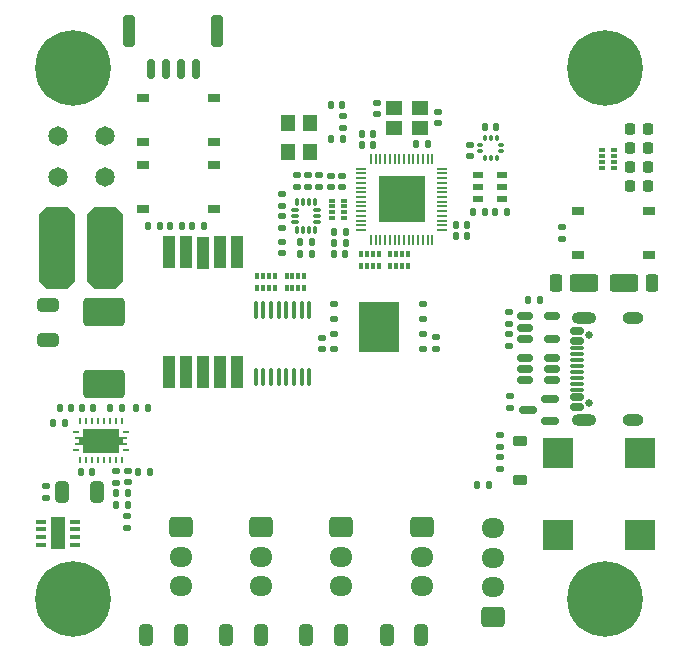
<source format=gbr>
%TF.GenerationSoftware,KiCad,Pcbnew,8.0.9-8.0.9-0~ubuntu24.04.1*%
%TF.CreationDate,2025-04-13T18:50:21+05:00*%
%TF.ProjectId,ThetaAnomalain,54686574-6141-46e6-9f6d-616c61696e2e,rev?*%
%TF.SameCoordinates,Original*%
%TF.FileFunction,Soldermask,Top*%
%TF.FilePolarity,Negative*%
%FSLAX46Y46*%
G04 Gerber Fmt 4.6, Leading zero omitted, Abs format (unit mm)*
G04 Created by KiCad (PCBNEW 8.0.9-8.0.9-0~ubuntu24.04.1) date 2025-04-13 18:50:21*
%MOMM*%
%LPD*%
G01*
G04 APERTURE LIST*
G04 Aperture macros list*
%AMRoundRect*
0 Rectangle with rounded corners*
0 $1 Rounding radius*
0 $2 $3 $4 $5 $6 $7 $8 $9 X,Y pos of 4 corners*
0 Add a 4 corners polygon primitive as box body*
4,1,4,$2,$3,$4,$5,$6,$7,$8,$9,$2,$3,0*
0 Add four circle primitives for the rounded corners*
1,1,$1+$1,$2,$3*
1,1,$1+$1,$4,$5*
1,1,$1+$1,$6,$7*
1,1,$1+$1,$8,$9*
0 Add four rect primitives between the rounded corners*
20,1,$1+$1,$2,$3,$4,$5,0*
20,1,$1+$1,$4,$5,$6,$7,0*
20,1,$1+$1,$6,$7,$8,$9,0*
20,1,$1+$1,$8,$9,$2,$3,0*%
%AMOutline5P*
0 Free polygon, 5 corners , with rotation*
0 The origin of the aperture is its center*
0 number of corners: always 5*
0 $1 to $10 corner X, Y*
0 $11 Rotation angle, in degrees counterclockwise*
0 create outline with 5 corners*
4,1,5,$1,$2,$3,$4,$5,$6,$7,$8,$9,$10,$1,$2,$11*%
%AMOutline6P*
0 Free polygon, 6 corners , with rotation*
0 The origin of the aperture is its center*
0 number of corners: always 6*
0 $1 to $12 corner X, Y*
0 $13 Rotation angle, in degrees counterclockwise*
0 create outline with 6 corners*
4,1,6,$1,$2,$3,$4,$5,$6,$7,$8,$9,$10,$11,$12,$1,$2,$13*%
%AMOutline7P*
0 Free polygon, 7 corners , with rotation*
0 The origin of the aperture is its center*
0 number of corners: always 7*
0 $1 to $14 corner X, Y*
0 $15 Rotation angle, in degrees counterclockwise*
0 create outline with 7 corners*
4,1,7,$1,$2,$3,$4,$5,$6,$7,$8,$9,$10,$11,$12,$13,$14,$1,$2,$15*%
%AMOutline8P*
0 Free polygon, 8 corners , with rotation*
0 The origin of the aperture is its center*
0 number of corners: always 8*
0 $1 to $16 corner X, Y*
0 $17 Rotation angle, in degrees counterclockwise*
0 create outline with 8 corners*
4,1,8,$1,$2,$3,$4,$5,$6,$7,$8,$9,$10,$11,$12,$13,$14,$15,$16,$1,$2,$17*%
G04 Aperture macros list end*
%ADD10RoundRect,0.218750X0.218750X0.256250X-0.218750X0.256250X-0.218750X-0.256250X0.218750X-0.256250X0*%
%ADD11RoundRect,0.135000X-0.185000X0.135000X-0.185000X-0.135000X0.185000X-0.135000X0.185000X0.135000X0*%
%ADD12O,0.599999X0.240000*%
%ADD13O,0.240000X0.599999*%
%ADD14R,0.725068X0.229918*%
%ADD15R,0.724920X0.229997*%
%ADD16R,0.399999X0.319994*%
%ADD17R,0.399998X0.319995*%
%ADD18R,3.050006X2.049998*%
%ADD19R,0.725070X0.230003*%
%ADD20R,0.724922X0.230003*%
%ADD21RoundRect,0.135000X0.185000X-0.135000X0.185000X0.135000X-0.185000X0.135000X-0.185000X-0.135000X0*%
%ADD22RoundRect,0.250000X-0.725000X0.600000X-0.725000X-0.600000X0.725000X-0.600000X0.725000X0.600000X0*%
%ADD23O,1.950000X1.700000*%
%ADD24RoundRect,0.250000X-0.325000X-0.650000X0.325000X-0.650000X0.325000X0.650000X-0.325000X0.650000X0*%
%ADD25R,1.000000X0.750000*%
%ADD26RoundRect,0.225000X-0.375000X0.225000X-0.375000X-0.225000X0.375000X-0.225000X0.375000X0.225000X0*%
%ADD27RoundRect,0.135000X-0.135000X-0.185000X0.135000X-0.185000X0.135000X0.185000X-0.135000X0.185000X0*%
%ADD28C,0.800000*%
%ADD29C,6.400000*%
%ADD30RoundRect,0.135000X0.135000X0.185000X-0.135000X0.185000X-0.135000X-0.185000X0.135000X-0.185000X0*%
%ADD31RoundRect,0.100000X-0.100000X0.637500X-0.100000X-0.637500X0.100000X-0.637500X0.100000X0.637500X0*%
%ADD32RoundRect,0.150000X0.587500X0.150000X-0.587500X0.150000X-0.587500X-0.150000X0.587500X-0.150000X0*%
%ADD33RoundRect,0.140000X0.140000X0.170000X-0.140000X0.170000X-0.140000X-0.170000X0.140000X-0.170000X0*%
%ADD34RoundRect,0.250000X-1.500000X0.925000X-1.500000X-0.925000X1.500000X-0.925000X1.500000X0.925000X0*%
%ADD35RoundRect,0.147500X0.172500X-0.147500X0.172500X0.147500X-0.172500X0.147500X-0.172500X-0.147500X0*%
%ADD36RoundRect,0.140000X0.170000X-0.140000X0.170000X0.140000X-0.170000X0.140000X-0.170000X-0.140000X0*%
%ADD37RoundRect,0.140000X-0.170000X0.140000X-0.170000X-0.140000X0.170000X-0.140000X0.170000X0.140000X0*%
%ADD38RoundRect,0.140000X-0.140000X-0.170000X0.140000X-0.170000X0.140000X0.170000X-0.140000X0.170000X0*%
%ADD39RoundRect,0.250000X0.725000X-0.600000X0.725000X0.600000X-0.725000X0.600000X-0.725000X-0.600000X0*%
%ADD40R,1.200000X1.400000*%
%ADD41R,1.000000X2.800000*%
%ADD42C,1.649242*%
%ADD43Outline8P,-3.500000X0.900000X-2.900000X1.500000X2.900000X1.500000X3.500000X0.900000X3.500000X-0.900000X2.900000X-1.500000X-2.900000X-1.500000X-3.500000X-0.900000X90.000000*%
%ADD44R,0.400000X0.500000*%
%ADD45R,0.300000X0.500000*%
%ADD46RoundRect,0.000000X-0.400000X-0.250000X0.400000X-0.250000X0.400000X0.250000X-0.400000X0.250000X0*%
%ADD47RoundRect,0.250000X0.650000X-0.325000X0.650000X0.325000X-0.650000X0.325000X-0.650000X-0.325000X0*%
%ADD48R,0.500000X0.400000*%
%ADD49R,0.500000X0.300000*%
%ADD50R,2.500000X2.500000*%
%ADD51RoundRect,0.087500X-0.087500X0.225000X-0.087500X-0.225000X0.087500X-0.225000X0.087500X0.225000X0*%
%ADD52RoundRect,0.087500X-0.225000X0.087500X-0.225000X-0.087500X0.225000X-0.087500X0.225000X0.087500X0*%
%ADD53RoundRect,0.150000X0.150000X0.700000X-0.150000X0.700000X-0.150000X-0.700000X0.150000X-0.700000X0*%
%ADD54RoundRect,0.250000X0.250000X1.100000X-0.250000X1.100000X-0.250000X-1.100000X0.250000X-1.100000X0*%
%ADD55RoundRect,0.150000X-0.512500X-0.150000X0.512500X-0.150000X0.512500X0.150000X-0.512500X0.150000X0*%
%ADD56R,1.400000X1.200000*%
%ADD57R,1.250000X2.700000*%
%ADD58RoundRect,0.075000X-0.362500X-0.075000X0.362500X-0.075000X0.362500X0.075000X-0.362500X0.075000X0*%
%ADD59RoundRect,0.150000X0.512500X0.150000X-0.512500X0.150000X-0.512500X-0.150000X0.512500X-0.150000X0*%
%ADD60RoundRect,0.050000X-0.350000X-0.050000X0.350000X-0.050000X0.350000X0.050000X-0.350000X0.050000X0*%
%ADD61RoundRect,0.050000X-0.050000X-0.350000X0.050000X-0.350000X0.050000X0.350000X-0.050000X0.350000X0*%
%ADD62R,4.000000X4.000000*%
%ADD63RoundRect,0.125000X0.200000X0.125000X-0.200000X0.125000X-0.200000X-0.125000X0.200000X-0.125000X0*%
%ADD64R,3.400000X4.300000*%
%ADD65RoundRect,0.250000X-0.950000X-0.500000X0.950000X-0.500000X0.950000X0.500000X-0.950000X0.500000X0*%
%ADD66RoundRect,0.250000X-0.275000X-0.500000X0.275000X-0.500000X0.275000X0.500000X-0.275000X0.500000X0*%
%ADD67RoundRect,0.250000X0.950000X0.500000X-0.950000X0.500000X-0.950000X-0.500000X0.950000X-0.500000X0*%
%ADD68RoundRect,0.250000X0.275000X0.500000X-0.275000X0.500000X-0.275000X-0.500000X0.275000X-0.500000X0*%
%ADD69RoundRect,0.045000X0.205000X-0.105000X0.205000X0.105000X-0.205000X0.105000X-0.205000X-0.105000X0*%
%ADD70RoundRect,0.045000X0.105000X-0.205000X0.105000X0.205000X-0.105000X0.205000X-0.105000X-0.205000X0*%
%ADD71C,0.650000*%
%ADD72RoundRect,0.150000X0.425000X-0.150000X0.425000X0.150000X-0.425000X0.150000X-0.425000X-0.150000X0*%
%ADD73RoundRect,0.075000X0.500000X-0.075000X0.500000X0.075000X-0.500000X0.075000X-0.500000X-0.075000X0*%
%ADD74O,2.100000X1.000000*%
%ADD75O,1.800000X1.000000*%
%ADD76RoundRect,0.250000X0.325000X0.650000X-0.325000X0.650000X-0.325000X-0.650000X0.325000X-0.650000X0*%
G04 APERTURE END LIST*
D10*
%TO.C,D8*%
X126687500Y-89000000D03*
X125112500Y-89000000D03*
%TD*%
D11*
%TO.C,R5*%
X81650000Y-113130080D03*
X81650000Y-114150080D03*
%TD*%
D12*
%TO.C,U2*%
X82500002Y-109850078D03*
D13*
X82099921Y-108949999D03*
X81599922Y-108949999D03*
X81099921Y-108949999D03*
X80599922Y-108949999D03*
X80099923Y-108949999D03*
X79599921Y-108949999D03*
X79099922Y-108949999D03*
X78599921Y-108949999D03*
D12*
X78200000Y-109850078D03*
X78200000Y-111350080D03*
D13*
X78599921Y-112249997D03*
X79099922Y-112249997D03*
X79599921Y-112249997D03*
X80099923Y-112249997D03*
X80599922Y-112249997D03*
X81099921Y-112249997D03*
X81599922Y-112249997D03*
X82099921Y-112249997D03*
D12*
X82500002Y-111350080D03*
D14*
X82237460Y-110325039D03*
D15*
X78462459Y-110325079D03*
D16*
X82074925Y-110600077D03*
D17*
X78624920Y-110600077D03*
D18*
X80349923Y-110600079D03*
D19*
X82237461Y-110875077D03*
D20*
X78462458Y-110875077D03*
%TD*%
D21*
%TO.C,R6*%
X114850000Y-102560000D03*
X114850000Y-101540000D03*
%TD*%
D22*
%TO.C,J4*%
X100700000Y-117900000D03*
D23*
X100700000Y-120400000D03*
X100700000Y-122900000D03*
%TD*%
D24*
%TO.C,C29*%
X90925000Y-127000000D03*
X93875000Y-127000000D03*
%TD*%
D25*
%TO.C,SW3*%
X89900000Y-85275000D03*
X83900000Y-85275000D03*
X89900000Y-81525000D03*
X83900000Y-81525000D03*
%TD*%
D26*
%TO.C,D3*%
X115800000Y-110650000D03*
X115800000Y-113950000D03*
%TD*%
D27*
%TO.C,R7*%
X83490000Y-113250080D03*
X84510000Y-113250080D03*
%TD*%
D28*
%TO.C,H1*%
X120600000Y-79000000D03*
X121302944Y-77302944D03*
X121302944Y-80697056D03*
X123000000Y-76600000D03*
D29*
X123000000Y-79000000D03*
D28*
X123000000Y-81400000D03*
X124697056Y-77302944D03*
X124697056Y-80697056D03*
X125400000Y-79000000D03*
%TD*%
D21*
%TO.C,R9*%
X114100000Y-113010000D03*
X114100000Y-111990000D03*
%TD*%
D30*
%TO.C,R13*%
X113200000Y-114350000D03*
X112180000Y-114350000D03*
%TD*%
D24*
%TO.C,C30*%
X97725000Y-127000000D03*
X100675000Y-127000000D03*
%TD*%
D25*
%TO.C,SW2*%
X89900000Y-90975000D03*
X83900000Y-90975000D03*
X89900000Y-87225000D03*
X83900000Y-87225000D03*
%TD*%
D31*
%TO.C,U9*%
X97975000Y-99475000D03*
X97325000Y-99475000D03*
X96675000Y-99475000D03*
X96025000Y-99475000D03*
X95375000Y-99475000D03*
X94725000Y-99475000D03*
X94075000Y-99475000D03*
X93425000Y-99475000D03*
X93425000Y-105200000D03*
X94075000Y-105200000D03*
X94725000Y-105200000D03*
X95375000Y-105200000D03*
X96025000Y-105200000D03*
X96675000Y-105200000D03*
X97325000Y-105200000D03*
X97975000Y-105200000D03*
%TD*%
D21*
%TO.C,R14*%
X115000000Y-107800000D03*
X115000000Y-106780000D03*
%TD*%
D11*
%TO.C,R8*%
X114100000Y-110090000D03*
X114100000Y-111110000D03*
%TD*%
D32*
%TO.C,Q1*%
X118337500Y-108950000D03*
X118337500Y-107050000D03*
X116462500Y-108000000D03*
%TD*%
D33*
%TO.C,C32*%
X79580000Y-113250080D03*
X78620000Y-113250080D03*
%TD*%
D34*
%TO.C,L2*%
X80600000Y-99725000D03*
X80600000Y-105775000D03*
%TD*%
D35*
%TO.C,L1*%
X99800000Y-89120000D03*
X99800000Y-88150000D03*
%TD*%
D36*
%TO.C,C2*%
X96900000Y-89080000D03*
X96900000Y-88120000D03*
%TD*%
D37*
%TO.C,C5*%
X100750000Y-88150000D03*
X100750000Y-89110000D03*
%TD*%
D38*
%TO.C,C1*%
X78740000Y-107850080D03*
X79700000Y-107850080D03*
%TD*%
D22*
%TO.C,J3*%
X107500000Y-117900000D03*
D23*
X107500000Y-120400000D03*
X107500000Y-122900000D03*
%TD*%
D24*
%TO.C,C26*%
X84125000Y-127000000D03*
X87075000Y-127000000D03*
%TD*%
D38*
%TO.C,C15*%
X107040000Y-85450000D03*
X108000000Y-85450000D03*
%TD*%
D39*
%TO.C,J7*%
X113500000Y-125500000D03*
D23*
X113500000Y-123000000D03*
X113500000Y-120500000D03*
X113500000Y-118000000D03*
%TD*%
D21*
%TO.C,R10*%
X95700000Y-90700000D03*
X95700000Y-89680000D03*
%TD*%
D30*
%TO.C,R12*%
X114750000Y-91200000D03*
X113730000Y-91200000D03*
%TD*%
D40*
%TO.C,Y2*%
X96150000Y-83700000D03*
X96150000Y-86100000D03*
X98050000Y-86100000D03*
X98050000Y-83700000D03*
%TD*%
D38*
%TO.C,C11*%
X102440000Y-85550000D03*
X103400000Y-85550000D03*
%TD*%
D37*
%TO.C,C37*%
X95700000Y-93770000D03*
X95700000Y-94730000D03*
%TD*%
D21*
%TO.C,R20*%
X75700000Y-115460000D03*
X75700000Y-114440000D03*
%TD*%
D41*
%TO.C,U8*%
X86120000Y-104740000D03*
X87560000Y-104730000D03*
X89000000Y-104750000D03*
X90440000Y-104740000D03*
X91880000Y-104740000D03*
X91880000Y-94640000D03*
X90440000Y-94640000D03*
X89000000Y-94650000D03*
X87560000Y-94630000D03*
X86120000Y-94640000D03*
%TD*%
D42*
%TO.C,J8*%
X76700000Y-84750000D03*
X76700000Y-88250000D03*
X80700000Y-84750000D03*
X80700000Y-88250000D03*
D43*
X80650000Y-94250000D03*
X76650000Y-94250000D03*
%TD*%
D21*
%TO.C,R1*%
X82550000Y-117960000D03*
X82550000Y-116940000D03*
%TD*%
D10*
%TO.C,D7*%
X126687500Y-87400000D03*
X125112500Y-87400000D03*
%TD*%
D44*
%TO.C,RN6*%
X104850000Y-95750000D03*
D45*
X105350000Y-95750000D03*
X105850000Y-95750000D03*
D44*
X106350000Y-95750000D03*
X106350000Y-94750000D03*
D45*
X105850000Y-94750000D03*
X105350000Y-94750000D03*
D44*
X104850000Y-94750000D03*
%TD*%
D10*
%TO.C,D5*%
X126687500Y-84200000D03*
X125112500Y-84200000D03*
%TD*%
D38*
%TO.C,C20*%
X76320000Y-109050080D03*
X77280000Y-109050080D03*
%TD*%
D37*
%TO.C,C24*%
X95700000Y-91597500D03*
X95700000Y-92557500D03*
%TD*%
%TO.C,C16*%
X114850000Y-99720000D03*
X114850000Y-100680000D03*
%TD*%
D22*
%TO.C,J6*%
X87100000Y-117900000D03*
D23*
X87100000Y-120400000D03*
X87100000Y-122900000D03*
%TD*%
D46*
%TO.C,U6*%
X112290000Y-88100000D03*
X112290000Y-89100000D03*
X112290000Y-90100000D03*
X114290000Y-90100000D03*
X114290000Y-89100000D03*
X114290000Y-88100000D03*
%TD*%
D47*
%TO.C,C9*%
X75850000Y-102075000D03*
X75850000Y-99125000D03*
%TD*%
D21*
%TO.C,R17*%
X108700000Y-102860000D03*
X108700000Y-101840000D03*
%TD*%
D30*
%TO.C,R15*%
X87210000Y-92400000D03*
X86190000Y-92400000D03*
%TD*%
D33*
%TO.C,C12*%
X117480000Y-98700000D03*
X116520000Y-98700000D03*
%TD*%
D38*
%TO.C,C6*%
X110370000Y-92300000D03*
X111330000Y-92300000D03*
%TD*%
D36*
%TO.C,C34*%
X99050000Y-102830000D03*
X99050000Y-101870000D03*
%TD*%
D28*
%TO.C,H4*%
X120600000Y-124000000D03*
X121302944Y-122302944D03*
X121302944Y-125697056D03*
X123000000Y-121600000D03*
D29*
X123000000Y-124000000D03*
D28*
X123000000Y-126400000D03*
X124697056Y-122302944D03*
X124697056Y-125697056D03*
X125400000Y-124000000D03*
%TD*%
D38*
%TO.C,C7*%
X110370000Y-93250000D03*
X111330000Y-93250000D03*
%TD*%
D48*
%TO.C,RN1*%
X100900000Y-91750000D03*
D49*
X100900000Y-91250000D03*
X100900000Y-90750000D03*
D48*
X100900000Y-90250000D03*
X99900000Y-90250000D03*
D49*
X99900000Y-90750000D03*
X99900000Y-91250000D03*
D48*
X99900000Y-91750000D03*
%TD*%
D27*
%TO.C,R11*%
X111870000Y-91200000D03*
X112890000Y-91200000D03*
%TD*%
D30*
%TO.C,R16*%
X89100000Y-92400000D03*
X88080000Y-92400000D03*
%TD*%
D38*
%TO.C,C10*%
X102440000Y-84600000D03*
X103400000Y-84600000D03*
%TD*%
D50*
%TO.C,BZ1*%
X119000000Y-111600000D03*
X119000000Y-118600000D03*
X126000000Y-118600000D03*
X126000000Y-111600000D03*
%TD*%
D36*
%TO.C,C25*%
X111590000Y-86480000D03*
X111590000Y-85520000D03*
%TD*%
D51*
%TO.C,U5*%
X98450000Y-90387500D03*
X97950000Y-90387500D03*
X97450000Y-90387500D03*
X96950000Y-90387500D03*
D52*
X96787500Y-91050000D03*
X96787500Y-91550000D03*
X96787500Y-92050000D03*
D51*
X96950000Y-92712500D03*
X97450000Y-92712500D03*
X97950000Y-92712500D03*
X98450000Y-92712500D03*
D52*
X98612500Y-92050000D03*
X98612500Y-91550000D03*
X98612500Y-91050000D03*
%TD*%
D53*
%TO.C,J2*%
X88350000Y-79100000D03*
X87100000Y-79100000D03*
X85850000Y-79100000D03*
X84600000Y-79100000D03*
D54*
X90200000Y-75900000D03*
X82750000Y-75900000D03*
%TD*%
D55*
%TO.C,U1*%
X116262500Y-100050000D03*
X116262500Y-101000000D03*
X116262500Y-101950000D03*
X118537500Y-101950000D03*
X118537500Y-100050000D03*
%TD*%
D33*
%TO.C,C8*%
X101030000Y-94800000D03*
X100070000Y-94800000D03*
%TD*%
D38*
%TO.C,C19*%
X83320000Y-107850080D03*
X84280000Y-107850080D03*
%TD*%
D56*
%TO.C,Y1*%
X107380000Y-82385000D03*
X105180000Y-82385000D03*
X105180000Y-84085000D03*
X107380000Y-84085000D03*
%TD*%
D11*
%TO.C,R4*%
X119400000Y-92490000D03*
X119400000Y-93510000D03*
%TD*%
D25*
%TO.C,SW1*%
X126700000Y-94875000D03*
X120700000Y-94875000D03*
X126700000Y-91125000D03*
X120700000Y-91125000D03*
%TD*%
D38*
%TO.C,C21*%
X112860000Y-84050000D03*
X113820000Y-84050000D03*
%TD*%
D22*
%TO.C,J5*%
X93900000Y-117900000D03*
D23*
X93900000Y-120400000D03*
X93900000Y-122900000D03*
%TD*%
D30*
%TO.C,R19*%
X101060000Y-92900000D03*
X100040000Y-92900000D03*
%TD*%
D33*
%TO.C,C33*%
X85310000Y-92400000D03*
X84350000Y-92400000D03*
%TD*%
%TO.C,C35*%
X100800000Y-85000000D03*
X99840000Y-85000000D03*
%TD*%
D44*
%TO.C,RN5*%
X93550000Y-97637500D03*
D45*
X94050000Y-97637500D03*
X94550000Y-97637500D03*
D44*
X95050000Y-97637500D03*
X95050000Y-96637500D03*
D45*
X94550000Y-96637500D03*
X94050000Y-96637500D03*
D44*
X93550000Y-96637500D03*
%TD*%
D57*
%TO.C,Q2*%
X76662500Y-118400000D03*
D58*
X78100000Y-117425000D03*
X78100000Y-118075000D03*
X78100000Y-118725000D03*
X78100000Y-119375000D03*
X75225000Y-117425000D03*
X75225000Y-118075000D03*
X75225000Y-118725000D03*
X75225000Y-119375000D03*
%TD*%
D59*
%TO.C,U3*%
X118537500Y-105450000D03*
X118537500Y-104500000D03*
X118537500Y-103550000D03*
X116262500Y-103550000D03*
X116262500Y-104500000D03*
X116262500Y-105450000D03*
%TD*%
D44*
%TO.C,RN4*%
X96050000Y-97637500D03*
D45*
X96550000Y-97637500D03*
X97050000Y-97637500D03*
D44*
X97550000Y-97637500D03*
X97550000Y-96637500D03*
D45*
X97050000Y-96637500D03*
X96550000Y-96637500D03*
D44*
X96050000Y-96637500D03*
%TD*%
D60*
%TO.C,U4*%
X102350000Y-87550000D03*
X102350000Y-87950000D03*
X102350000Y-88350000D03*
X102350000Y-88750000D03*
X102350000Y-89150000D03*
X102350000Y-89550000D03*
X102350000Y-89950000D03*
X102350000Y-90350000D03*
X102350000Y-90750000D03*
X102350000Y-91150000D03*
X102350000Y-91550000D03*
X102350000Y-91950000D03*
X102350000Y-92350000D03*
X102350000Y-92750000D03*
D61*
X103200000Y-93600000D03*
X103600000Y-93600000D03*
X104000000Y-93600000D03*
X104400000Y-93600000D03*
X104800000Y-93600000D03*
X105200000Y-93600000D03*
X105600000Y-93600000D03*
X106000000Y-93600000D03*
X106400000Y-93600000D03*
X106800000Y-93600000D03*
X107200000Y-93600000D03*
X107600000Y-93600000D03*
X108000000Y-93600000D03*
X108400000Y-93600000D03*
D60*
X109250000Y-92750000D03*
X109250000Y-92350000D03*
X109250000Y-91950000D03*
X109250000Y-91550000D03*
X109250000Y-91150000D03*
X109250000Y-90750000D03*
X109250000Y-90350000D03*
X109250000Y-89950000D03*
X109250000Y-89550000D03*
X109250000Y-89150000D03*
X109250000Y-88750000D03*
X109250000Y-88350000D03*
X109250000Y-87950000D03*
X109250000Y-87550000D03*
D61*
X108400000Y-86700000D03*
X108000000Y-86700000D03*
X107600000Y-86700000D03*
X107200000Y-86700000D03*
X106800000Y-86700000D03*
X106400000Y-86700000D03*
X106000000Y-86700000D03*
X105600000Y-86700000D03*
X105200000Y-86700000D03*
X104800000Y-86700000D03*
X104400000Y-86700000D03*
X104000000Y-86700000D03*
X103600000Y-86700000D03*
X103200000Y-86700000D03*
D62*
X105800000Y-90150000D03*
%TD*%
D33*
%TO.C,C13*%
X82600000Y-115050080D03*
X81640000Y-115050080D03*
%TD*%
D36*
%TO.C,C18*%
X82600000Y-114110080D03*
X82600000Y-113150080D03*
%TD*%
D63*
%TO.C,U10*%
X107600000Y-102830000D03*
X107600000Y-101560000D03*
X107600000Y-100290000D03*
X107600000Y-99020000D03*
X100100000Y-99020000D03*
X100100000Y-100290000D03*
X100100000Y-101560000D03*
X100100000Y-102830000D03*
D64*
X103850000Y-100925000D03*
%TD*%
D28*
%TO.C,H2*%
X75600000Y-124000000D03*
X76302944Y-122302944D03*
X76302944Y-125697056D03*
X78000000Y-121600000D03*
D29*
X78000000Y-124000000D03*
D28*
X78000000Y-126400000D03*
X79697056Y-122302944D03*
X79697056Y-125697056D03*
X80400000Y-124000000D03*
%TD*%
D33*
%TO.C,C17*%
X77800000Y-107850080D03*
X76840000Y-107850080D03*
%TD*%
D38*
%TO.C,C22*%
X97220000Y-93787500D03*
X98180000Y-93787500D03*
%TD*%
D65*
%TO.C,D2*%
X121275000Y-97200000D03*
D66*
X118900000Y-97200000D03*
%TD*%
D67*
%TO.C,D1*%
X124600000Y-97200000D03*
D68*
X126975000Y-97200000D03*
%TD*%
D35*
%TO.C,L3*%
X100800000Y-84085000D03*
X100800000Y-83115000D03*
%TD*%
D69*
%TO.C,U7*%
X112469000Y-85531000D03*
X112469000Y-86031000D03*
D70*
X112840000Y-86650000D03*
X113340000Y-86650000D03*
X113840000Y-86650000D03*
D69*
X114211000Y-86031000D03*
X114211000Y-85531000D03*
D70*
X113840000Y-84912000D03*
X113340000Y-84912000D03*
X112840000Y-84912000D03*
%TD*%
D38*
%TO.C,C23*%
X97220000Y-94737500D03*
X98180000Y-94737500D03*
%TD*%
D44*
%TO.C,RN3*%
X103850000Y-94750000D03*
D45*
X103350000Y-94750000D03*
X102850000Y-94750000D03*
D44*
X102350000Y-94750000D03*
X102350000Y-95750000D03*
D45*
X102850000Y-95750000D03*
X103350000Y-95750000D03*
D44*
X103850000Y-95750000D03*
%TD*%
D71*
%TO.C,J1*%
X121695000Y-107390000D03*
X121695000Y-101610000D03*
D72*
X120620000Y-107700000D03*
X120620000Y-106900000D03*
D73*
X120620000Y-105750000D03*
X120620000Y-104750000D03*
X120620000Y-104250000D03*
X120620000Y-103250000D03*
D72*
X120620000Y-102100000D03*
X120620000Y-101300000D03*
X120620000Y-101300000D03*
X120620000Y-102100000D03*
D73*
X120620000Y-102750000D03*
X120620000Y-103750000D03*
X120620000Y-105250000D03*
X120620000Y-106250000D03*
D72*
X120620000Y-106900000D03*
X120620000Y-107700000D03*
D74*
X121195000Y-108820000D03*
D75*
X125375000Y-108820000D03*
D74*
X121195000Y-100180000D03*
D75*
X125375000Y-100180000D03*
%TD*%
D33*
%TO.C,C36*%
X100780000Y-82200000D03*
X99820000Y-82200000D03*
%TD*%
D27*
%TO.C,R18*%
X100040000Y-93850000D03*
X101060000Y-93850000D03*
%TD*%
D24*
%TO.C,C31*%
X104525000Y-127000000D03*
X107475000Y-127000000D03*
%TD*%
D27*
%TO.C,R3*%
X81580000Y-116000080D03*
X82600000Y-116000080D03*
%TD*%
D48*
%TO.C,RN2*%
X123750000Y-87500000D03*
D49*
X123750000Y-87000000D03*
X123750000Y-86500000D03*
D48*
X123750000Y-86000000D03*
X122750000Y-86000000D03*
D49*
X122750000Y-86500000D03*
X122750000Y-87000000D03*
D48*
X122750000Y-87500000D03*
%TD*%
D36*
%TO.C,C4*%
X98800000Y-89080000D03*
X98800000Y-88120000D03*
%TD*%
D27*
%TO.C,R2*%
X81090000Y-107850080D03*
X82110000Y-107850080D03*
%TD*%
D76*
%TO.C,C14*%
X80025000Y-114950080D03*
X77075000Y-114950080D03*
%TD*%
D28*
%TO.C,H3*%
X75600000Y-79000000D03*
X76302944Y-77302944D03*
X76302944Y-80697056D03*
X78000000Y-76600000D03*
D29*
X78000000Y-79000000D03*
D28*
X78000000Y-81400000D03*
X79697056Y-77302944D03*
X79697056Y-80697056D03*
X80400000Y-79000000D03*
%TD*%
D36*
%TO.C,C3*%
X97850000Y-89080000D03*
X97850000Y-88120000D03*
%TD*%
D10*
%TO.C,D6*%
X126687500Y-85800000D03*
X125112500Y-85800000D03*
%TD*%
D36*
%TO.C,C27*%
X103680000Y-82945000D03*
X103680000Y-81985000D03*
%TD*%
D37*
%TO.C,C28*%
X108880000Y-82755000D03*
X108880000Y-83715000D03*
%TD*%
M02*

</source>
